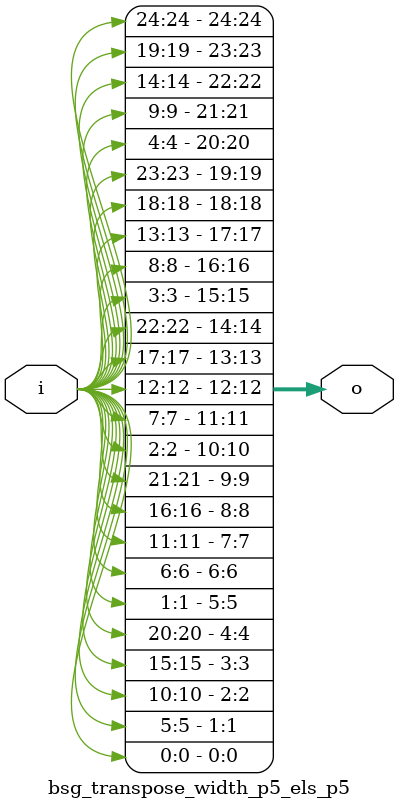
<source format=v>
module bsg_transpose_width_p5_els_p5(	// file.cleaned.mlir:2:3
  input  [24:0] i,	// file.cleaned.mlir:2:47
  output [24:0] o	// file.cleaned.mlir:2:61
);

  assign o =
    {i[24],
     i[19],
     i[14],
     i[9],
     i[4],
     i[23],
     i[18],
     i[13],
     i[8],
     i[3],
     i[22],
     i[17],
     i[12],
     i[7],
     i[2],
     i[21],
     i[16],
     i[11],
     i[6],
     i[1],
     i[20],
     i[15],
     i[10],
     i[5],
     i[0]};	// file.cleaned.mlir:3:10, :4:10, :5:10, :6:10, :7:10, :8:10, :9:10, :10:10, :11:10, :12:10, :13:11, :14:11, :15:11, :16:11, :17:11, :18:11, :19:11, :20:11, :21:11, :22:11, :23:11, :24:11, :25:11, :26:11, :27:11, :28:11, :29:5
endmodule


</source>
